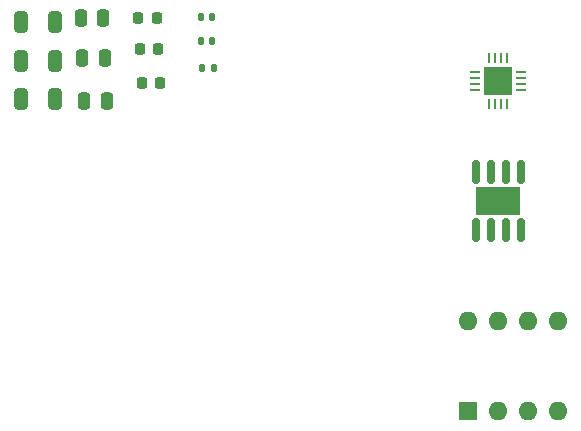
<source format=gbr>
%TF.GenerationSoftware,KiCad,Pcbnew,(6.0.1)*%
%TF.CreationDate,2023-03-31T22:37:06-07:00*%
%TF.ProjectId,test_pcb,74657374-5f70-4636-922e-6b696361645f,rev?*%
%TF.SameCoordinates,Original*%
%TF.FileFunction,Soldermask,Top*%
%TF.FilePolarity,Negative*%
%FSLAX46Y46*%
G04 Gerber Fmt 4.6, Leading zero omitted, Abs format (unit mm)*
G04 Created by KiCad (PCBNEW (6.0.1)) date 2023-03-31 22:37:06*
%MOMM*%
%LPD*%
G01*
G04 APERTURE LIST*
G04 Aperture macros list*
%AMRoundRect*
0 Rectangle with rounded corners*
0 $1 Rounding radius*
0 $2 $3 $4 $5 $6 $7 $8 $9 X,Y pos of 4 corners*
0 Add a 4 corners polygon primitive as box body*
4,1,4,$2,$3,$4,$5,$6,$7,$8,$9,$2,$3,0*
0 Add four circle primitives for the rounded corners*
1,1,$1+$1,$2,$3*
1,1,$1+$1,$4,$5*
1,1,$1+$1,$6,$7*
1,1,$1+$1,$8,$9*
0 Add four rect primitives between the rounded corners*
20,1,$1+$1,$2,$3,$4,$5,0*
20,1,$1+$1,$4,$5,$6,$7,0*
20,1,$1+$1,$6,$7,$8,$9,0*
20,1,$1+$1,$8,$9,$2,$3,0*%
G04 Aperture macros list end*
%ADD10RoundRect,0.250000X-0.325000X-0.650000X0.325000X-0.650000X0.325000X0.650000X-0.325000X0.650000X0*%
%ADD11RoundRect,0.140000X-0.140000X-0.170000X0.140000X-0.170000X0.140000X0.170000X-0.140000X0.170000X0*%
%ADD12RoundRect,0.225000X-0.225000X-0.250000X0.225000X-0.250000X0.225000X0.250000X-0.225000X0.250000X0*%
%ADD13RoundRect,0.250000X-0.250000X-0.475000X0.250000X-0.475000X0.250000X0.475000X-0.250000X0.475000X0*%
%ADD14RoundRect,0.062500X0.062500X-0.337500X0.062500X0.337500X-0.062500X0.337500X-0.062500X-0.337500X0*%
%ADD15RoundRect,0.062500X0.337500X-0.062500X0.337500X0.062500X-0.337500X0.062500X-0.337500X-0.062500X0*%
%ADD16R,2.450000X2.450000*%
%ADD17RoundRect,0.150000X0.150000X-0.825000X0.150000X0.825000X-0.150000X0.825000X-0.150000X-0.825000X0*%
%ADD18R,3.810000X2.410000*%
%ADD19R,1.600000X1.600000*%
%ADD20O,1.600000X1.600000*%
G04 APERTURE END LIST*
D10*
%TO.C,REF\u002A\u002A*%
X23146138Y-52565062D03*
X26096138Y-52565062D03*
%TD*%
%TO.C,REF\u002A\u002A*%
X23146138Y-59165062D03*
X26096138Y-59165062D03*
%TD*%
%TO.C,REF\u002A\u002A*%
X23146138Y-55865062D03*
X26096138Y-55865062D03*
%TD*%
D11*
%TO.C,REF\u002A\u002A*%
X39476738Y-56486462D03*
X38516738Y-56486462D03*
%TD*%
%TO.C,REF\u002A\u002A*%
X39376738Y-54186462D03*
X38416738Y-54186462D03*
%TD*%
%TO.C,REF\u002A\u002A*%
X39376738Y-52186462D03*
X38416738Y-52186462D03*
%TD*%
D12*
%TO.C,REF\u002A\u002A*%
X34971738Y-57786462D03*
X33421738Y-57786462D03*
%TD*%
%TO.C,REF\u002A\u002A*%
X34771738Y-54886462D03*
X33221738Y-54886462D03*
%TD*%
%TO.C,REF\u002A\u002A*%
X34671738Y-52286462D03*
X33121738Y-52286462D03*
%TD*%
D13*
%TO.C,REF\u002A\u002A*%
X30446738Y-59286462D03*
X28546738Y-59286462D03*
%TD*%
%TO.C,REF\u002A\u002A*%
X30246738Y-55686462D03*
X28346738Y-55686462D03*
%TD*%
%TO.C,REF\u002A\u002A*%
X30146738Y-52286462D03*
X28246738Y-52286462D03*
%TD*%
D14*
%TO.C,REF\u002A\u002A*%
X62825919Y-59573355D03*
X63325919Y-59573355D03*
X63825919Y-59573355D03*
X64325919Y-59573355D03*
D15*
X65525919Y-58373355D03*
X65525919Y-57873355D03*
X65525919Y-57373355D03*
X65525919Y-56873355D03*
D14*
X64325919Y-55673355D03*
X63825919Y-55673355D03*
X63325919Y-55673355D03*
X62825919Y-55673355D03*
D15*
X61625919Y-56873355D03*
X61625919Y-57373355D03*
X61625919Y-57873355D03*
X61625919Y-58373355D03*
D16*
X63575919Y-57623355D03*
%TD*%
D17*
%TO.C,REF\u002A\u002A*%
X61670919Y-70258355D03*
X62940919Y-70258355D03*
X64210919Y-70258355D03*
X65480919Y-70258355D03*
X65480919Y-65308355D03*
X64210919Y-65308355D03*
X62940919Y-65308355D03*
X61670919Y-65308355D03*
D18*
X63575919Y-67783355D03*
%TD*%
D19*
%TO.C,REF\u002A\u002A*%
X61035919Y-85563355D03*
D20*
X63575919Y-85563355D03*
X66115919Y-85563355D03*
X68655919Y-85563355D03*
X68655919Y-77943355D03*
X66115919Y-77943355D03*
X63575919Y-77943355D03*
X61035919Y-77943355D03*
%TD*%
M02*

</source>
